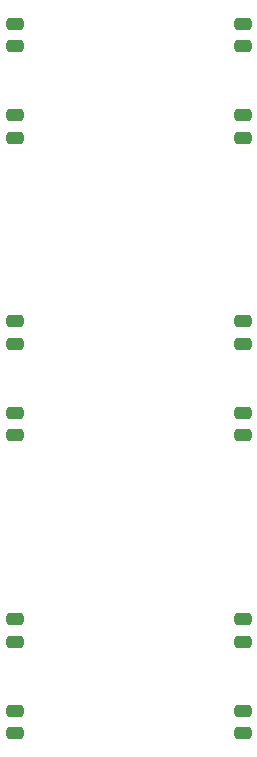
<source format=gbr>
%TF.GenerationSoftware,KiCad,Pcbnew,8.0.4*%
%TF.CreationDate,2024-09-16T10:23:00-03:00*%
%TF.ProjectId,drivers_panelized,64726976-6572-4735-9f70-616e656c697a,rev?*%
%TF.SameCoordinates,Original*%
%TF.FileFunction,Paste,Bot*%
%TF.FilePolarity,Positive*%
%FSLAX46Y46*%
G04 Gerber Fmt 4.6, Leading zero omitted, Abs format (unit mm)*
G04 Created by KiCad (PCBNEW 8.0.4) date 2024-09-16 10:23:00*
%MOMM*%
%LPD*%
G01*
G04 APERTURE LIST*
G04 Aperture macros list*
%AMRoundRect*
0 Rectangle with rounded corners*
0 $1 Rounding radius*
0 $2 $3 $4 $5 $6 $7 $8 $9 X,Y pos of 4 corners*
0 Add a 4 corners polygon primitive as box body*
4,1,4,$2,$3,$4,$5,$6,$7,$8,$9,$2,$3,0*
0 Add four circle primitives for the rounded corners*
1,1,$1+$1,$2,$3*
1,1,$1+$1,$4,$5*
1,1,$1+$1,$6,$7*
1,1,$1+$1,$8,$9*
0 Add four rect primitives between the rounded corners*
20,1,$1+$1,$2,$3,$4,$5,0*
20,1,$1+$1,$4,$5,$6,$7,0*
20,1,$1+$1,$6,$7,$8,$9,0*
20,1,$1+$1,$8,$9,$2,$3,0*%
G04 Aperture macros list end*
%ADD10RoundRect,0.250000X0.475000X-0.250000X0.475000X0.250000X-0.475000X0.250000X-0.475000X-0.250000X0*%
G04 APERTURE END LIST*
D10*
%TO.C,C2*%
X113550000Y-123316667D03*
X113550000Y-121416667D03*
%TD*%
%TO.C,C2*%
X132850000Y-123316667D03*
X132850000Y-121416667D03*
%TD*%
%TO.C,C2*%
X113550000Y-72916667D03*
X113550000Y-71016667D03*
%TD*%
%TO.C,C2*%
X132850000Y-72916667D03*
X132850000Y-71016667D03*
%TD*%
%TO.C,C2*%
X113550000Y-98116667D03*
X113550000Y-96216667D03*
%TD*%
%TO.C,C2*%
X132850000Y-98116667D03*
X132850000Y-96216667D03*
%TD*%
%TO.C,C1*%
X132850000Y-115566667D03*
X132850000Y-113666667D03*
%TD*%
%TO.C,C1*%
X113550000Y-65166667D03*
X113550000Y-63266667D03*
%TD*%
%TO.C,C1*%
X113550000Y-115566667D03*
X113550000Y-113666667D03*
%TD*%
%TO.C,C1*%
X132850000Y-90366667D03*
X132850000Y-88466667D03*
%TD*%
%TO.C,C1*%
X113550000Y-90366667D03*
X113550000Y-88466667D03*
%TD*%
%TO.C,C1*%
X132850000Y-65166667D03*
X132850000Y-63266667D03*
%TD*%
M02*

</source>
